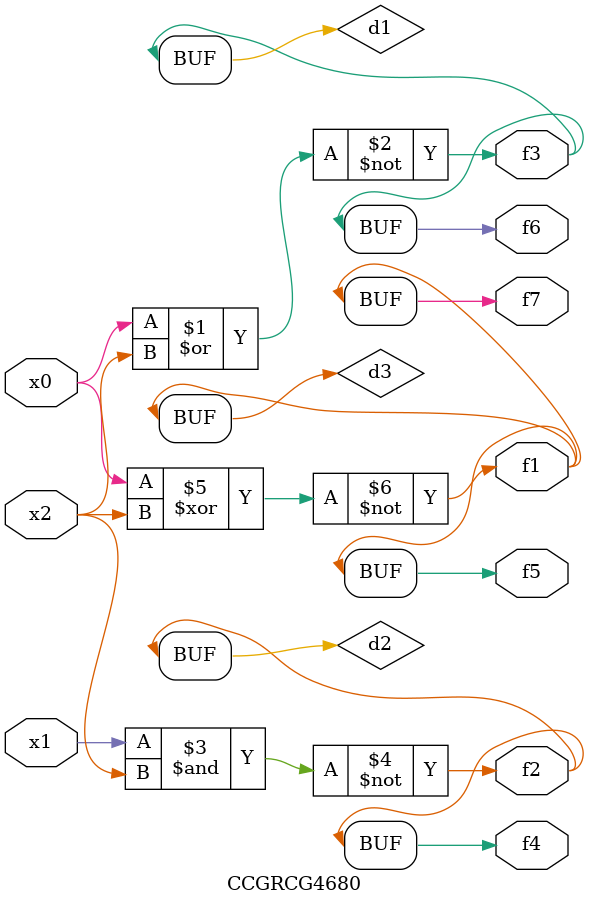
<source format=v>
module CCGRCG4680(
	input x0, x1, x2,
	output f1, f2, f3, f4, f5, f6, f7
);

	wire d1, d2, d3;

	nor (d1, x0, x2);
	nand (d2, x1, x2);
	xnor (d3, x0, x2);
	assign f1 = d3;
	assign f2 = d2;
	assign f3 = d1;
	assign f4 = d2;
	assign f5 = d3;
	assign f6 = d1;
	assign f7 = d3;
endmodule

</source>
